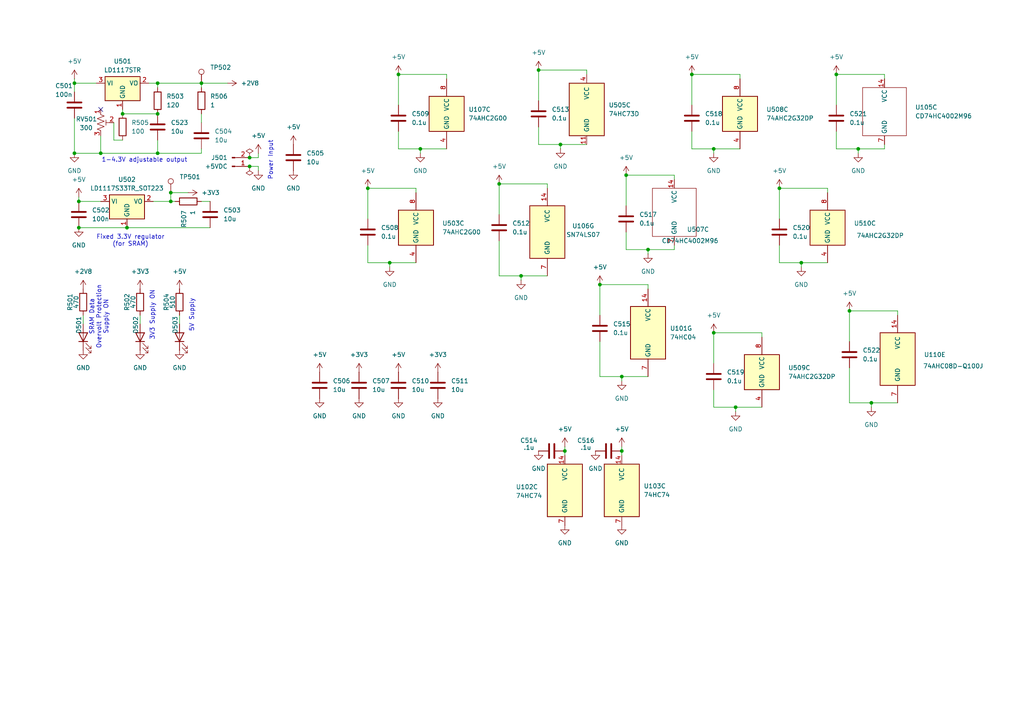
<source format=kicad_sch>
(kicad_sch (version 20250114) (generator "eeschema") (generator_version "9.0")
  (paper "A4")
  (title_block (title "65c02 Homebrew") (rev "Rev A") (company "Joseph R. Freeston") (comment 2 "https://github.com/snorklerjoe/useful6502") (comment 4 "A 65c02-based computer with peripheral i/o offloaded to a PIC16 microcontroller."))
  (lib_symbols
    (symbol "74xGxx:74AHC2G00"
      (property "Reference" "U" (at -2.54 3.81 0))
      (property "Value" "74AHC2G00" (at 0 -3.81 0))
      (symbol "74AHC2G00_1_1"
        (pin input line (at -15.24 2.54 0) (length 7.62) (name "~") (number "1"))
        (pin input line (at -15.24 -2.54 0) (length 7.62) (name "~") (number "2"))
        (pin output inverted (at 12.7 0 180) (length 7.62) (name "~") (number "7"))
      )
      (symbol "74AHC2G00_2_1"
        (pin input line (at -15.24 2.54 0) (length 7.62) (name "~") (number "5"))
        (pin input line (at -15.24 -2.54 0) (length 7.62) (name "~") (number "6"))
        (pin output inverted (at 12.7 0 180) (length 7.62) (name "~") (number "3"))
      )
      (symbol "74AHC2G00_3_1"
        (pin power_in line (at 0 10.16 270) (length 5.08) (name "VCC") (number "8"))
        (pin power_in line (at 0 -10.16 90) (length 5.08) (name "GND") (number "4"))
      )
    )
    (symbol "74xGxx:74LVC2G32"
      (property "Reference" "U" (at -7.62 7.62 0))
      (property "Value" "74LVC2G32" (at -7.62 -7.62 0))
      (symbol "74LVC2G32_1_1"
        (pin input line (at -15.24 2.54 0) (length 7.62) (name "~") (number "1"))
        (pin input line (at -15.24 -2.54 0) (length 7.62) (name "~") (number "2"))
        (pin output line (at 12.7 0 180) (length 7.62) (name "~") (number "7"))
      )
      (symbol "74LVC2G32_2_1"
        (pin input line (at -15.24 2.54 0) (length 7.62) (name "~") (number "5"))
        (pin input line (at -15.24 -2.54 0) (length 7.62) (name "~") (number "6"))
        (pin output line (at 12.7 0 180) (length 7.62) (name "~") (number "3"))
      )
      (symbol "74LVC2G32_3_1"
        (pin power_in line (at 0 10.16 270) (length 5.08) (name "VCC") (number "8"))
        (pin power_in line (at 0 -10.16 90) (length 5.08) (name "GND") (number "4"))
      )
    )
    (symbol "74xx:74HC04"
      (property "Reference" "U" (at 0 1.27 0))
      (property "Value" "74HC04" (at 0 -1.27 0))
      (symbol "74HC04_1_0"
        (pin input line (at -7.62 0 0) (length 3.81) (name "~") (number "1"))
        (pin output inverted (at 7.62 0 180) (length 3.81) (name "~") (number "2"))
      )
      (symbol "74HC04_2_0"
        (pin input line (at -7.62 0 0) (length 3.81) (name "~") (number "3"))
        (pin output inverted (at 7.62 0 180) (length 3.81) (name "~") (number "4"))
      )
      (symbol "74HC04_3_0"
        (pin input line (at -7.62 0 0) (length 3.81) (name "~") (number "5"))
        (pin output inverted (at 7.62 0 180) (length 3.81) (name "~") (number "6"))
      )
      (symbol "74HC04_4_0"
        (pin input line (at -7.62 0 0) (length 3.81) (name "~") (number "9"))
        (pin output inverted (at 7.62 0 180) (length 3.81) (name "~") (number "8"))
      )
      (symbol "74HC04_5_0"
        (pin input line (at -7.62 0 0) (length 3.81) (name "~") (number "11"))
        (pin output inverted (at 7.62 0 180) (length 3.81) (name "~") (number "10"))
      )
      (symbol "74HC04_6_0"
        (pin input line (at -7.62 0 0) (length 3.81) (name "~") (number "13"))
        (pin output inverted (at 7.62 0 180) (length 3.81) (name "~") (number "12"))
      )
      (symbol "74HC04_7_0"
        (pin power_in line (at 0 12.7 270) (length 5.08) (name "VCC") (number "14"))
        (pin power_in line (at 0 -12.7 90) (length 5.08) (name "GND") (number "7"))
      )
    )
    (symbol "74xx:74HC74" (pin_names (offset 1.016))
      (property "Reference" "U" (at -7.62 8.89 0))
      (property "Value" "74HC74" (at -7.62 -8.89 0))
      (symbol "74HC74_1_0"
        (pin input line (at -7.62 2.54 0) (length 2.54) (name "D") (number "2"))
        (pin input clock (at -7.62 0 0) (length 2.54) (name "C") (number "3"))
        (pin input line (at 0 7.62 270) (length 2.54) (name "~{S}") (number "4"))
        (pin input line (at 0 -7.62 90) (length 2.54) (name "~{R}") (number "1"))
        (pin output line (at 7.62 2.54 180) (length 2.54) (name "Q") (number "5"))
        (pin output line (at 7.62 -2.54 180) (length 2.54) (name "~{Q}") (number "6"))
      )
      (symbol "74HC74_2_0"
        (pin input line (at -7.62 2.54 0) (length 2.54) (name "D") (number "12"))
        (pin input clock (at -7.62 0 0) (length 2.54) (name "C") (number "11"))
        (pin input line (at 0 7.62 270) (length 2.54) (name "~{S}") (number "10"))
        (pin input line (at 0 -7.62 90) (length 2.54) (name "~{R}") (number "13"))
        (pin output line (at 7.62 2.54 180) (length 2.54) (name "Q") (number "9"))
        (pin output line (at 7.62 -2.54 180) (length 2.54) (name "~{Q}") (number "8"))
      )
      (symbol "74HC74_3_0"
        (pin power_in line (at 0 10.16 270) (length 2.54) (name "VCC") (number "14"))
        (pin power_in line (at 0 -10.16 90) (length 2.54) (name "GND") (number "7"))
      )
    )
    (symbol "74xx:74LS08" (pin_names (offset 1.016))
      (property "Reference" "U" (at 0 1.27 0))
      (property "Value" "74LS08" (at 0 -1.27 0))
      (symbol "74LS08_1_1"
        (pin input line (at -7.62 2.54 0) (length 3.81) (name "~") (number "1"))
        (pin input line (at -7.62 -2.54 0) (length 3.81) (name "~") (number "2"))
        (pin output line (at 7.62 0 180) (length 3.81) (name "~") (number "3"))
      )
      (symbol "74LS08_1_2"
        (pin input inverted (at -7.62 2.54 0) (length 4.318) (name "~") (number "1"))
        (pin input inverted (at -7.62 -2.54 0) (length 4.318) (name "~") (number "2"))
        (pin output inverted (at 7.62 0 180) (length 3.81) (name "~") (number "3"))
      )
      (symbol "74LS08_2_1"
        (pin input line (at -7.62 2.54 0) (length 3.81) (name "~") (number "4"))
        (pin input line (at -7.62 -2.54 0) (length 3.81) (name "~") (number "5"))
        (pin output line (at 7.62 0 180) (length 3.81) (name "~") (number "6"))
      )
      (symbol "74LS08_2_2"
        (pin input inverted (at -7.62 2.54 0) (length 4.318) (name "~") (number "4"))
        (pin input inverted (at -7.62 -2.54 0) (length 4.318) (name "~") (number "5"))
        (pin output inverted (at 7.62 0 180) (length 3.81) (name "~") (number "6"))
      )
      (symbol "74LS08_3_1"
        (pin input line (at -7.62 2.54 0) (length 3.81) (name "~") (number "9"))
        (pin input line (at -7.62 -2.54 0) (length 3.81) (name "~") (number "10"))
        (pin output line (at 7.62 0 180) (length 3.81) (name "~") (number "8"))
      )
      (symbol "74LS08_3_2"
        (pin input inverted (at -7.62 2.54 0) (length 4.318) (name "~") (number "9"))
        (pin input inverted (at -7.62 -2.54 0) (length 4.318) (name "~") (number "10"))
        (pin output inverted (at 7.62 0 180) (length 3.81) (name "~") (number "8"))
      )
      (symbol "74LS08_4_1"
        (pin input line (at -7.62 2.54 0) (length 3.81) (name "~") (number "12"))
        (pin input line (at -7.62 -2.54 0) (length 3.81) (name "~") (number "13"))
        (pin output line (at 7.62 0 180) (length 3.81) (name "~") (number "11"))
      )
      (symbol "74LS08_4_2"
        (pin input inverted (at -7.62 2.54 0) (length 4.318) (name "~") (number "12"))
        (pin input inverted (at -7.62 -2.54 0) (length 4.318) (name "~") (number "13"))
        (pin output inverted (at 7.62 0 180) (length 3.81) (name "~") (number "11"))
      )
      (symbol "74LS08_5_0"
        (pin power_in line (at 0 12.7 270) (length 5.08) (name "VCC") (number "14"))
        (pin power_in line (at 0 -12.7 90) (length 5.08) (name "GND") (number "7"))
      )
    )
    (symbol "74xx:74LS73" (pin_names (offset 1.016))
      (property "Reference" "U" (at -7.62 8.89 0))
      (property "Value" "74LS73" (at -7.62 -8.89 0))
      (symbol "74LS73_1_0"
        (pin input line (at -7.62 2.54 0) (length 2.54) (name "J") (number "7"))
        (pin input clock (at -7.62 0 0) (length 2.54) (name "C") (number "5"))
        (pin input line (at -7.62 -2.54 0) (length 2.54) (name "K") (number "10"))
        (pin input line (at 0 -7.62 90) (length 2.54) (name "~{R}") (number "6"))
        (pin output line (at 7.62 2.54 180) (length 2.54) (name "Q") (number "9"))
        (pin output line (at 7.62 -2.54 180) (length 2.54) (name "~{Q}") (number "8"))
      )
      (symbol "74LS73_2_0"
        (pin input line (at -7.62 2.54 0) (length 2.54) (name "J") (number "14"))
        (pin input clock (at -7.62 0 0) (length 2.54) (name "C") (number "1"))
        (pin input line (at -7.62 -2.54 0) (length 2.54) (name "K") (number "3"))
        (pin input line (at 0 -7.62 90) (length 2.54) (name "~{R}") (number "2"))
        (pin output line (at 7.62 2.54 180) (length 2.54) (name "Q") (number "12"))
        (pin output line (at 7.62 -2.54 180) (length 2.54) (name "~{Q}") (number "13"))
      )
      (symbol "74LS73_3_0"
        (pin power_in line (at 0 10.16 270) (length 2.54) (name "VCC") (number "4"))
        (pin power_in line (at 0 -10.16 90) (length 2.54) (name "GND") (number "11"))
      )
    )
    (symbol "74xx:SN74LS07" (pin_names (offset 1.016))
      (property "Reference" "U104" (at 0 7.62 0))
      (property "Value" "SN74LS07" (at 0 5.08 0))
      (symbol "SN74LS07_1_0"
        (pin input line (at -7.62 0 0) (length 3.81) (name "~") (number "1"))
        (pin open_collector line (at 7.62 0 180) (length 3.81) (name "~") (number "2"))
      )
      (symbol "SN74LS07_2_0"
        (pin input line (at -7.62 0 0) (length 3.81) (name "~") (number "3"))
        (pin open_collector line (at 7.62 0 180) (length 3.81) (name "~") (number "4"))
      )
      (symbol "SN74LS07_3_0"
        (pin input line (at -7.62 0 0) (length 3.81) (name "~") (number "5"))
        (pin open_collector line (at 7.62 0 180) (length 3.81) (name "~") (number "6"))
      )
      (symbol "SN74LS07_4_0"
        (pin input line (at -7.62 0 0) (length 3.81) (name "~") (number "9"))
        (pin open_collector line (at 7.62 0 180) (length 3.81) (name "~") (number "8"))
      )
      (symbol "SN74LS07_5_0"
        (pin input line (at -7.62 0 0) (length 3.81) (name "~") (number "11"))
        (pin open_collector line (at 7.62 0 180) (length 3.81) (name "~") (number "10"))
      )
      (symbol "SN74LS07_6_0"
        (pin input line (at -7.62 0 0) (length 3.81) (name "~") (number "13"))
        (pin open_collector line (at 7.62 0 180) (length 3.81) (name "~") (number "12"))
      )
      (symbol "SN74LS07_7_0"
        (pin power_in line (at 0 12.7 270) (length 5.08) (name "VCC") (number "14"))
        (pin power_in line (at 0 -12.7 90) (length 5.08) (name "GND") (number "7"))
      )
    )
    (symbol "Connector:Conn_01x02_Pin" (pin_names (offset 1.016) (hide yes))
      (property "Reference" "J" (at 0 2.54 0))
      (property "Value" "Conn_01x02_Pin" (at 0 -5.08 0))
      (symbol "Conn_01x02_Pin_1_1"
        (pin passive line (at 5.08 0 180) (length 3.81) (name "Pin_1") (number "1"))
        (pin passive line (at 5.08 -2.54 180) (length 3.81) (name "Pin_2") (number "2"))
      )
    )
    (symbol "Connector:TestPoint" (pin_numbers (hide yes)) (pin_names (offset 0.762) (hide yes))
      (property "Reference" "TP" (at 0 6.858 0))
      (property "Value" "TestPoint" (at 0 5.08 0))
      (symbol "TestPoint_1_1"
        (pin passive line (at 0 0 90) (length 2.54) (name "1") (number "1"))
      )
    )
    (symbol "Device:C" (pin_numbers (hide yes)) (pin_names (offset 0.254))
      (property "Reference" "C" (at 0.635 2.54 0))
      (property "Value" "C" (at 0.635 -2.54 0))
      (symbol "C_1_1"
        (pin passive line (at 0 3.81 270) (length 2.794) (name "~") (number "1"))
        (pin passive line (at 0 -3.81 90) (length 2.794) (name "~") (number "2"))
      )
    )
    (symbol "Device:LED" (pin_numbers (hide yes)) (pin_names (offset 1.016) (hide yes))
      (property "Reference" "D" (at 0 2.54 0))
      (property "Value" "LED" (at 0 -2.54 0))
      (symbol "LED_1_1"
        (pin passive line (at -3.81 0 0) (length 2.54) (name "K") (number "1"))
        (pin passive line (at 3.81 0 180) (length 2.54) (name "A") (number "2"))
      )
    )
    (symbol "Device:R" (pin_numbers (hide yes)) (pin_names (offset 0))
      (property "Reference" "R" (at 2.032 0 90))
      (property "Value" "R" (at 0 0 90))
      (symbol "R_1_1"
        (pin passive line (at 0 3.81 270) (length 1.27) (name "~") (number "1"))
        (pin passive line (at 0 -3.81 90) (length 1.27) (name "~") (number "2"))
      )
    )
    (symbol "Device:R_Potentiometer_Trim_US" (pin_names (offset 1.016) (hide yes))
      (property "Reference" "RV" (at -4.445 0 90))
      (property "Value" "R_Potentiometer_Trim_US" (at -2.54 0 90))
      (symbol "R_Potentiometer_Trim_US_1_1"
        (pin passive line (at 0 3.81 270) (length 1.27) (name "1") (number "1"))
        (pin passive line (at 0 -3.81 90) (length 1.27) (name "3") (number "3"))
        (pin passive line (at 3.81 0 180) (length 1.27) (name "2") (number "2"))
      )
    )
    (symbol "Regulator_Linear:LD1117S33TR_SOT223"
      (property "Reference" "U" (at -3.81 3.175 0))
      (property "Value" "LD1117S33TR_SOT223" (at 0 3.175 0))
      (symbol "LD1117S33TR_SOT223_1_1"
        (pin power_in line (at -7.62 0 0) (length 2.54) (name "VI") (number "3"))
        (pin power_in line (at 0 -7.62 90) (length 2.54) (name "GND") (number "1"))
        (pin power_out line (at 7.62 0 180) (length 2.54) (name "VO") (number "2"))
      )
    )
    (symbol "custom:_1"
      (property "Reference" "U" (at 7.62 7.62 0))
      (property "Value" "CD74HC4002M96" (at 14.986 9.906 0))
      (symbol "_1_1_1"
        (pin input line (at -6.35 3.81 0) (length 2.54) (name "") (number "2"))
        (pin input line (at -6.35 1.27 0) (length 2.54) (name "") (number "3"))
        (pin input line (at -6.35 -1.27 0) (length 2.54) (name "") (number "4"))
        (pin input line (at -6.35 -3.81 0) (length 2.54) (name "") (number "5"))
        (pin output line (at 13.97 0 180) (length 2.54) (name "") (number "1"))
      )
      (symbol "_1_2_1"
        (pin input line (at -8.89 3.81 0) (length 2.54) (name "") (number "9"))
        (pin input line (at -8.89 1.27 0) (length 2.54) (name "") (number "10"))
        (pin input line (at -8.89 -1.27 0) (length 2.54) (name "") (number "11"))
        (pin input line (at -8.89 -3.81 0) (length 2.54) (name "") (number "12"))
        (pin output line (at 11.43 0 180) (length 2.54) (name "") (number "13"))
      )
      (symbol "_1_3_1"
        (pin power_in line (at 0 8.89 270) (length 2.54) (name "VCC") (number "14"))
        (pin power_in line (at 0 -10.16 90) (length 2.54) (name "GND") (number "7"))
      )
    )
    (symbol "power:+2V8" (power) (pin_numbers (hide yes)) (pin_names (offset 0) (hide yes))
      (property "Value" "+2V8" (at 0 3.556 0))
      (symbol "+2V8_1_1"
        (pin power_in line (at 0 0 90) (length 0) (name "~") (number "1"))
      )
    )
    (symbol "power:+3V3" (power) (pin_numbers (hide yes)) (pin_names (offset 0) (hide yes))
      (property "Value" "+3V3" (at 0 3.556 0))
      (symbol "+3V3_1_1"
        (pin power_in line (at 0 0 90) (length 0) (name "~") (number "1"))
      )
    )
    (symbol "power:+5V" (power) (pin_numbers (hide yes)) (pin_names (offset 0) (hide yes))
      (property "Value" "+5V" (at 0 3.556 0))
      (symbol "+5V_1_1"
        (pin power_in line (at 0 0 90) (length 0) (name "~") (number "1"))
      )
    )
    (symbol "power:GND" (power) (pin_numbers (hide yes)) (pin_names (offset 0) (hide yes))
      (property "Value" "GND" (at 0 -3.81 0))
      (symbol "GND_1_1"
        (pin power_in line (at 0 0 270) (length 0) (name "~") (number "1"))
      )
    )
    (symbol "power:PWR_FLAG" (power) (pin_numbers (hide yes)) (pin_names (offset 0) (hide yes))
      (property "Value" "PWR_FLAG" (at 0 3.81 0))
      (symbol "PWR_FLAG_0_0"
        (pin power_out line (at 0 0 90) (length 0) (name "~") (number "1"))
      )
    )
  )
  (text "Fixed 3.3V regulator\n(for SRAM)" (at 37.846 69.85 0) (effects (font (size 1.27 1.27))))
  (text "1-4.3V adjustable output" (at 41.91 46.482 0) (effects (font (size 1.27 1.27))))
  (text "SRAM Data\nOvervolt Protection\nSupply ON" (at 28.702 91.948 90) (effects (font (size 1.27 1.27))))
  (text "Power Input" (at 78.486 46.482 90) (effects (font (size 1.27 1.27))))
  (text "5V Supply" (at 55.626 91.44 90) (effects (font (size 1.27 1.27))))
  (text "3V3 Supply ON" (at 44.196 91.44 90) (effects (font (size 1.27 1.27))))
  (junction (at 115.57 21.59))
  (junction (at 246.38 90.17))
  (junction (at 173.99 82.55))
  (junction (at 226.06 54.61))
  (junction (at 29.21 44.45))
  (junction (at 200.66 21.59))
  (junction (at 207.01 96.52))
  (junction (at 248.92 43.18))
  (junction (at 180.34 109.22))
  (junction (at 72.39 48.26))
  (junction (at 21.59 44.45))
  (junction (at 151.13 80.01))
  (junction (at 45.72 24.13))
  (junction (at 35.56 33.02))
  (junction (at 180.34 130.81))
  (junction (at 163.83 130.81))
  (junction (at 106.68 54.61))
  (junction (at 162.56 41.91))
  (junction (at 58.42 24.13))
  (junction (at 113.03 76.2))
  (junction (at 156.21 20.32))
  (junction (at 252.73 116.84))
  (junction (at 22.86 58.42))
  (junction (at 121.92 43.18))
  (junction (at 242.57 21.59))
  (junction (at 207.01 43.18))
  (junction (at 187.96 72.39))
  (junction (at 181.61 50.8))
  (junction (at 45.72 33.02))
  (junction (at 45.72 44.45))
  (junction (at 232.41 76.2))
  (junction (at 49.53 58.42))
  (junction (at 213.36 118.11))
  (junction (at 144.78 53.34))
  (junction (at 22.86 66.04))
  (junction (at 49.53 55.88))
  (junction (at 72.39 45.72))
  (junction (at 21.59 24.13))
  (junction (at 36.83 66.04))
  (no_connect (at 29.21 31.75))
  (wire (pts (xy 72.39 45.72) (xy 74.93 45.72)))
  (wire (pts (xy 260.35 91.44) (xy 260.35 90.17)))
  (wire (pts (xy 220.98 118.11) (xy 213.36 118.11)))
  (wire (pts (xy 180.34 130.81) (xy 180.34 132.08)))
  (wire (pts (xy 260.35 116.84) (xy 252.73 116.84)))
  (wire (pts (xy 181.61 50.8) (xy 181.61 59.69)))
  (wire (pts (xy 226.06 71.12) (xy 226.06 76.2)))
  (wire (pts (xy 129.54 22.86) (xy 129.54 21.59)))
  (wire (pts (xy 232.41 77.47) (xy 232.41 76.2)))
  (wire (pts (xy 200.66 21.59) (xy 214.63 21.59)))
  (wire (pts (xy 113.03 76.2) (xy 106.68 76.2)))
  (wire (pts (xy 33.02 35.56) (xy 33.02 40.64)))
  (wire (pts (xy 156.21 36.83) (xy 156.21 41.91)))
  (wire (pts (xy 170.18 21.59) (xy 170.18 20.32)))
  (wire (pts (xy 43.18 24.13) (xy 45.72 24.13)))
  (wire (pts (xy 207.01 113.03) (xy 207.01 118.11)))
  (wire (pts (xy 158.75 54.61) (xy 158.75 53.34)))
  (wire (pts (xy 170.18 41.91) (xy 162.56 41.91)))
  (wire (pts (xy 113.03 77.47) (xy 113.03 76.2)))
  (wire (pts (xy 36.83 66.04) (xy 60.96 66.04)))
  (wire (pts (xy 45.72 24.13) (xy 58.42 24.13)))
  (wire (pts (xy 195.58 72.39) (xy 187.96 72.39)))
  (wire (pts (xy 162.56 43.18) (xy 162.56 41.91)))
  (wire (pts (xy 60.96 58.42) (xy 58.42 58.42)))
  (wire (pts (xy 187.96 109.22) (xy 180.34 109.22)))
  (wire (pts (xy 144.78 69.85) (xy 144.78 80.01)))
  (wire (pts (xy 144.78 53.34) (xy 158.75 53.34)))
  (wire (pts (xy 213.36 119.38) (xy 213.36 118.11)))
  (wire (pts (xy 151.13 80.01) (xy 144.78 80.01)))
  (wire (pts (xy 40.64 91.44) (xy 40.64 93.98)))
  (wire (pts (xy 252.73 116.84) (xy 246.38 116.84)))
  (wire (pts (xy 252.73 118.11) (xy 252.73 116.84)))
  (wire (pts (xy 214.63 43.18) (xy 207.01 43.18)))
  (wire (pts (xy 180.34 110.49) (xy 180.34 109.22)))
  (wire (pts (xy 226.06 54.61) (xy 226.06 63.5)))
  (wire (pts (xy 240.03 76.2) (xy 232.41 76.2)))
  (wire (pts (xy 163.83 129.54) (xy 163.83 130.81)))
  (wire (pts (xy 22.86 57.15) (xy 22.86 58.42)))
  (wire (pts (xy 120.65 55.88) (xy 120.65 54.61)))
  (wire (pts (xy 49.53 55.88) (xy 54.61 55.88)))
  (wire (pts (xy 58.42 25.4) (xy 58.42 24.13)))
  (wire (pts (xy 74.93 49.53) (xy 74.93 48.26)))
  (wire (pts (xy 115.57 38.1) (xy 115.57 43.18)))
  (wire (pts (xy 45.72 44.45) (xy 58.42 44.45)))
  (wire (pts (xy 181.61 50.8) (xy 195.58 50.8)))
  (wire (pts (xy 232.41 76.2) (xy 226.06 76.2)))
  (wire (pts (xy 242.57 38.1) (xy 242.57 43.18)))
  (wire (pts (xy 35.56 33.02) (xy 45.72 33.02)))
  (wire (pts (xy 173.99 99.06) (xy 173.99 109.22)))
  (wire (pts (xy 106.68 54.61) (xy 120.65 54.61)))
  (wire (pts (xy 21.59 24.13) (xy 21.59 26.67)))
  (wire (pts (xy 44.45 58.42) (xy 49.53 58.42)))
  (wire (pts (xy 21.59 22.86) (xy 21.59 24.13)))
  (wire (pts (xy 195.58 52.07) (xy 195.58 50.8)))
  (wire (pts (xy 74.93 45.72) (xy 74.93 44.45)))
  (wire (pts (xy 213.36 118.11) (xy 207.01 118.11)))
  (wire (pts (xy 58.42 43.18) (xy 58.42 44.45)))
  (wire (pts (xy 200.66 21.59) (xy 200.66 30.48)))
  (wire (pts (xy 21.59 24.13) (xy 27.94 24.13)))
  (wire (pts (xy 58.42 33.02) (xy 58.42 35.56)))
  (wire (pts (xy 50.8 58.42) (xy 49.53 58.42)))
  (wire (pts (xy 248.92 44.45) (xy 248.92 43.18)))
  (wire (pts (xy 207.01 44.45) (xy 207.01 43.18)))
  (wire (pts (xy 207.01 96.52) (xy 207.01 105.41)))
  (wire (pts (xy 162.56 41.91) (xy 156.21 41.91)))
  (wire (pts (xy 187.96 83.82) (xy 187.96 82.55)))
  (wire (pts (xy 29.21 44.45) (xy 45.72 44.45)))
  (wire (pts (xy 120.65 76.2) (xy 113.03 76.2)))
  (wire (pts (xy 242.57 21.59) (xy 256.54 21.59)))
  (wire (pts (xy 181.61 67.31) (xy 181.61 72.39)))
  (wire (pts (xy 121.92 44.45) (xy 121.92 43.18)))
  (wire (pts (xy 22.86 66.04) (xy 36.83 66.04)))
  (wire (pts (xy 144.78 53.34) (xy 144.78 62.23)))
  (wire (pts (xy 115.57 21.59) (xy 129.54 21.59)))
  (wire (pts (xy 45.72 44.45) (xy 45.72 40.64)))
  (wire (pts (xy 22.86 58.42) (xy 29.21 58.42)))
  (wire (pts (xy 29.21 39.37) (xy 29.21 44.45)))
  (wire (pts (xy 180.34 109.22) (xy 173.99 109.22)))
  (wire (pts (xy 49.53 55.88) (xy 49.53 58.42)))
  (wire (pts (xy 74.93 48.26) (xy 72.39 48.26)))
  (wire (pts (xy 226.06 54.61) (xy 240.03 54.61)))
  (wire (pts (xy 256.54 43.18) (xy 248.92 43.18)))
  (wire (pts (xy 240.03 55.88) (xy 240.03 54.61)))
  (wire (pts (xy 106.68 54.61) (xy 106.68 63.5)))
  (wire (pts (xy 248.92 43.18) (xy 242.57 43.18)))
  (wire (pts (xy 45.72 25.4) (xy 45.72 24.13)))
  (wire (pts (xy 106.68 71.12) (xy 106.68 76.2)))
  (wire (pts (xy 246.38 106.68) (xy 246.38 116.84)))
  (wire (pts (xy 256.54 22.86) (xy 256.54 21.59)))
  (wire (pts (xy 214.63 22.86) (xy 214.63 21.59)))
  (wire (pts (xy 173.99 82.55) (xy 187.96 82.55)))
  (wire (pts (xy 158.75 80.01) (xy 151.13 80.01)))
  (wire (pts (xy 187.96 73.66) (xy 187.96 72.39)))
  (wire (pts (xy 52.07 91.44) (xy 52.07 93.98)))
  (wire (pts (xy 58.42 24.13) (xy 66.04 24.13)))
  (wire (pts (xy 151.13 81.28) (xy 151.13 80.01)))
  (wire (pts (xy 156.21 20.32) (xy 170.18 20.32)))
  (wire (pts (xy 115.57 21.59) (xy 115.57 30.48)))
  (wire (pts (xy 242.57 21.59) (xy 242.57 30.48)))
  (wire (pts (xy 180.34 129.54) (xy 180.34 130.81)))
  (wire (pts (xy 35.56 31.75) (xy 35.56 33.02)))
  (wire (pts (xy 121.92 43.18) (xy 115.57 43.18)))
  (wire (pts (xy 200.66 38.1) (xy 200.66 43.18)))
  (wire (pts (xy 207.01 96.52) (xy 220.98 96.52)))
  (wire (pts (xy 21.59 44.45) (xy 29.21 44.45)))
  (wire (pts (xy 156.21 20.32) (xy 156.21 29.21)))
  (wire (pts (xy 220.98 97.79) (xy 220.98 96.52)))
  (wire (pts (xy 129.54 43.18) (xy 121.92 43.18)))
  (wire (pts (xy 163.83 130.81) (xy 163.83 132.08)))
  (wire (pts (xy 187.96 72.39) (xy 181.61 72.39)))
  (wire (pts (xy 24.13 91.44) (xy 24.13 93.98)))
  (wire (pts (xy 207.01 43.18) (xy 200.66 43.18)))
  (wire (pts (xy 246.38 90.17) (xy 246.38 99.06)))
  (wire (pts (xy 256.54 41.91) (xy 256.54 43.18)))
  (wire (pts (xy 173.99 82.55) (xy 173.99 91.44)))
  (wire (pts (xy 246.38 90.17) (xy 260.35 90.17)))
  (wire (pts (xy 21.59 34.29) (xy 21.59 44.45)))
  (wire (pts (xy 195.58 71.12) (xy 195.58 72.39)))
  (wire (pts (xy 33.02 40.64) (xy 35.56 40.64)))
  (symbol (lib_id "power:+5V") (at 74.93 44.45 0) (unit 1)
    (property "Reference" "#PWR0513" (effects (hide yes)))
    (property "Value" "+5V" (at 74.93 39.37 0))
    (property "Description" "Power symbol creates a global label with name \"+5V\"" (effects (hide yes)))
  )
  (symbol (lib_id "Device:C") (at 181.61 63.5 0) (unit 1)
    (property "Reference" "C517" (at 185.42 62.2299 0) (effects (justify left)))
    (property "Value" "0.1u" (at 185.42 64.7699 0) (effects (justify left)))
    (property "Footprint" "Capacitor_SMD:C_0402_1005Metric" (effects (hide yes)))
    (property "Description" "Unpolarized capacitor" (effects (hide yes)))
  )
  (symbol (lib_id "power:GND") (at 22.86 66.04 0) (unit 1)
    (property "Reference" "#PWR0504" (effects (hide yes)))
    (property "Value" "GND" (at 22.86 71.12 0))
    (property "Description" "Power symbol creates a global label with name \"GND\" , ground" (effects (hide yes)))
  )
  (symbol (lib_id "Device:R") (at 58.42 29.21 0) (unit 1)
    (property "Reference" "R506" (at 60.96 27.9399 0) (effects (justify left)))
    (property "Value" "1" (at 60.96 30.4799 0) (effects (justify left)))
    (property "Footprint" "Resistor_SMD:R_0402_1005Metric" (effects (hide yes)))
    (property "Description" "Resistor" (effects (hide yes)))
  )
  (symbol (lib_id "Device:C") (at 115.57 34.29 0) (unit 1)
    (property "Reference" "C509" (at 119.38 33.0199 0) (effects (justify left)))
    (property "Value" "0.1u" (at 119.38 35.5599 0) (effects (justify left)))
    (property "Footprint" "Capacitor_SMD:C_0402_1005Metric" (effects (hide yes)))
    (property "Description" "Unpolarized capacitor" (effects (hide yes)))
  )
  (symbol (lib_id "power:GND") (at 24.13 101.6 0) (unit 1)
    (property "Reference" "#PWR0506" (effects (hide yes)))
    (property "Value" "GND" (at 24.13 106.68 0))
    (property "Description" "Power symbol creates a global label with name \"GND\" , ground" (effects (hide yes)))
  )
  (symbol (lib_id "power:GND") (at 162.56 43.18 0) (unit 1)
    (property "Reference" "#PWR0533" (effects (hide yes)))
    (property "Value" "GND" (at 162.56 48.26 0))
    (property "Description" "Power symbol creates a global label with name \"GND\" , ground" (effects (hide yes)))
  )
  (symbol (lib_id "Device:R") (at 45.72 29.21 0) (unit 1)
    (property "Reference" "R503" (at 48.26 27.9399 0) (effects (justify left)))
    (property "Value" "120" (at 48.26 30.4799 0) (effects (justify left)))
    (property "Footprint" "Resistor_SMD:R_0402_1005Metric" (effects (hide yes)))
    (property "Description" "Resistor" (effects (hide yes)))
  )
  (symbol (lib_id "74xx:74LS08") (at 260.35 104.14 0) (unit 5)
    (property "Reference" "U110" (at 267.97 102.8699 0) (effects (justify left)))
    (property "Value" "74AHC08D-Q100J" (at 267.716 106.172 0) (effects (justify left)))
    (property "Footprint" "Package_SO:SOIC-14_3.9x8.7mm_P1.27mm" (effects (hide yes)))
    (property "Datasheet" "https://assets.nexperia.com/documents/data-sheet/74AHC_AHCT08_Q100.pdf" (effects (hide yes)))
    (property "Description" "Quad And2" (effects (hide yes)))
    (property "t_pd (ns)" "5.9" (effects (hide yes)))
  )
  (symbol (lib_id "power:GND") (at 92.71 115.57 0) (unit 1)
    (property "Reference" "#PWR0518" (effects (hide yes)))
    (property "Value" "GND" (at 92.71 120.65 0))
    (property "Description" "Power symbol creates a global label with name \"GND\" , ground" (effects (hide yes)))
  )
  (symbol (lib_id "74xx:74HC74") (at 163.83 142.24 0) (unit 3)
    (property "Reference" "U102" (at 149.606 141.224 0) (effects (justify left)))
    (property "Value" "74HC74" (at 149.606 143.764 0) (effects (justify left)))
    (property "Footprint" "Package_SO:SOIC-14_3.9x8.7mm_P1.27mm" (effects (hide yes)))
    (property "Datasheet" "74xx/74hc_hct74.pdf" (effects (hide yes)))
    (property "Description" "Dual D Flip-flop, Set & Reset" (effects (hide yes)))
  )
  (symbol (lib_id "Device:C") (at 58.42 39.37 0) (unit 1)
    (property "Reference" "C504" (at 62.23 38.0999 0) (effects (justify left)))
    (property "Value" "10u" (at 62.23 40.6399 0) (effects (justify left)))
    (property "Footprint" "Capacitor_SMD:C_0402_1005Metric" (effects (hide yes)))
    (property "Description" "Unpolarized capacitor" (effects (hide yes)))
  )
  (symbol (lib_id "power:GND") (at 213.36 119.38 0) (unit 1)
    (property "Reference" "#PWR0546" (effects (hide yes)))
    (property "Value" "GND" (at 213.36 124.46 0))
    (property "Description" "Power symbol creates a global label with name \"GND\" , ground" (effects (hide yes)))
  )
  (symbol (lib_id "Device:C") (at 92.71 111.76 0) (unit 1)
    (property "Reference" "C506" (at 96.52 110.4899 0) (effects (justify left)))
    (property "Value" "10u" (at 96.52 113.0299 0) (effects (justify left)))
    (property "Footprint" "Capacitor_SMD:C_0402_1005Metric" (effects (hide yes)))
    (property "Description" "Unpolarized capacitor" (effects (hide yes)))
  )
  (symbol (lib_id "power:+5V") (at 115.57 107.95 0) (unit 1)
    (property "Reference" "#PWR0524" (effects (hide yes)))
    (property "Value" "+5V" (at 115.57 102.87 0))
    (property "Description" "Power symbol creates a global label with name \"+5V\"" (effects (hide yes)))
  )
  (symbol (lib_id "power:+3V3") (at 54.61 55.88 270) (unit 1)
    (property "Reference" "#PWR0511" (effects (hide yes)))
    (property "Value" "+3V3" (at 58.42 55.8799 90) (effects (justify left)))
    (property "Description" "Power symbol creates a global label with name \"+3V3\"" (effects (hide yes)))
  )
  (symbol (lib_id "Device:LED") (at 52.07 97.79 90) (unit 1)
    (property "Reference" "D503" (at 50.8 94.234 0))
    (property "Value" "LED" (effects (hide yes)))
    (property "Footprint" "LED_SMD:LED_0402_1005Metric" (effects (hide yes)))
    (property "Description" "Light emitting diode" (effects (hide yes)))
    (property "Sim.Pins" "1=K 2=A" (effects (hide yes)))
  )
  (symbol (lib_id "power:GND") (at 172.72 130.81 0) (unit 1)
    (property "Reference" "#PWR0536" (effects (hide yes)))
    (property "Value" "GND" (at 172.72 135.89 0))
    (property "Description" "Power symbol creates a global label with name \"GND\" , ground" (effects (hide yes)))
  )
  (symbol (lib_id "power:+5V") (at 92.71 107.95 0) (unit 1)
    (property "Reference" "#PWR0517" (effects (hide yes)))
    (property "Value" "+5V" (at 92.71 102.87 0))
    (property "Description" "Power symbol creates a global label with name \"+5V\"" (effects (hide yes)))
  )
  (symbol (lib_id "power:GND") (at 187.96 73.66 0) (unit 1)
    (property "Reference" "#PWR0542" (effects (hide yes)))
    (property "Value" "GND" (at 187.96 78.74 0))
    (property "Description" "Power symbol creates a global label with name \"GND\" , ground" (effects (hide yes)))
  )
  (symbol (lib_id "Connector:TestPoint") (at 58.42 24.13 0) (unit 1)
    (property "Reference" "TP502" (at 60.96 19.5579 0) (effects (justify left)))
    (property "Value" "TestPoint" (effects (hide yes)))
    (property "Footprint" "TestPoint:TestPoint_Pad_D2.5mm" (effects (hide yes)))
    (property "Description" "test point" (effects (hide yes)))
  )
  (symbol (lib_id "power:+5V") (at 173.99 82.55 0) (unit 1)
    (property "Reference" "#PWR0537" (effects (hide yes)))
    (property "Value" "+5V" (at 173.99 77.47 0))
    (property "Description" "Power symbol creates a global label with name \"+5V\"" (effects (hide yes)))
  )
  (symbol (lib_id "power:PWR_FLAG") (at 72.39 45.72 0) (unit 1)
    (property "Reference" "#FLG0501" (effects (hide yes)))
    (property "Value" "PWR_FLAG" (effects (hide yes)))
    (property "Description" "Special symbol for telling ERC where power comes from" (effects (hide yes)))
  )
  (symbol (lib_id "power:GND") (at 180.34 152.4 0) (unit 1)
    (property "Reference" "#PWR0540" (effects (hide yes)))
    (property "Value" "GND" (at 180.34 157.48 0))
    (property "Description" "Power symbol creates a global label with name \"GND\" , ground" (effects (hide yes)))
  )
  (symbol (lib_id "Device:C") (at 176.53 130.81 270) (unit 1)
    (property "Reference" "C516" (at 169.926 127.762 90))
    (property "Value" ".1u" (at 169.926 129.794 90))
    (property "Footprint" "Capacitor_SMD:C_0402_1005Metric" (effects (hide yes)))
    (property "Description" "Unpolarized capacitor" (effects (hide yes)))
  )
  (symbol (lib_id "power:GND") (at 52.07 101.6 0) (unit 1)
    (property "Reference" "#PWR0510" (effects (hide yes)))
    (property "Value" "GND" (at 52.07 106.68 0))
    (property "Description" "Power symbol creates a global label with name \"GND\" , ground" (effects (hide yes)))
  )
  (symbol (lib_id "Device:C") (at 160.02 130.81 270) (unit 1)
    (property "Reference" "C514" (at 153.416 127.762 90))
    (property "Value" ".1u" (at 153.416 129.794 90))
    (property "Footprint" "Capacitor_SMD:C_0402_1005Metric" (effects (hide yes)))
    (property "Description" "Unpolarized capacitor" (effects (hide yes)))
  )
  (symbol (lib_id "power:+5V") (at 207.01 96.52 0) (unit 1)
    (property "Reference" "#PWR0545" (effects (hide yes)))
    (property "Value" "+5V" (at 207.01 91.44 0))
    (property "Description" "Power symbol creates a global label with name \"+5V\"" (effects (hide yes)))
  )
  (symbol (lib_id "power:+5V") (at 22.86 57.15 0) (unit 1)
    (property "Reference" "#PWR0503" (effects (hide yes)))
    (property "Value" "+5V" (at 22.86 52.07 0))
    (property "Description" "Power symbol creates a global label with name \"+5V\"" (effects (hide yes)))
  )
  (symbol (lib_id "74xx:74LS73") (at 170.18 31.75 0) (unit 3)
    (property "Reference" "U505" (at 176.53 30.4799 0) (effects (justify left)))
    (property "Value" "74HC73D" (at 176.53 33.0199 0) (effects (justify left)))
    (property "Footprint" "Package_SO:SOIC-14_3.9x8.7mm_P1.27mm" (effects (hide yes)))
    (property "Datasheet" "https://assets.nexperia.com/documents/data-sheet/74HC73.pdf" (effects (hide yes)))
    (property "Description" "Dual JK Flip-Flop, reset" (effects (hide yes)))
    (property "t_pd (ns)" "clk-q: 30; setup: 16; hold: 3" (effects (hide yes)))
  )
  (symbol (lib_id "custom:_1") (at 256.54 31.75 0) (unit 3)
    (property "Reference" "U105" (at 265.43 31.1149 0) (effects (justify left)))
    (property "Value" "CD74HC4002M96" (at 265.43 33.6549 0) (effects (justify left)))
    (property "Footprint" "Package_SO:SOIC-14_3.9x8.7mm_P1.27mm" (effects (hide yes)))
    (property "Datasheet" "https://www.ti.com/lit/ds/symlink/cd54hc4002.pdf" (effects (hide yes)))
    (property "t_pd (ns)" "8" (effects (hide yes)))
  )
  (symbol (lib_id "power:+5V") (at 21.59 22.86 0) (unit 1)
    (property "Reference" "#PWR0501" (effects (hide yes)))
    (property "Value" "+5V" (at 21.59 17.78 0))
    (property "Description" "Power symbol creates a global label with name \"+5V\"" (effects (hide yes)))
  )
  (symbol (lib_id "Device:C") (at 246.38 102.87 0) (unit 1)
    (property "Reference" "C522" (at 250.19 101.5999 0) (effects (justify left)))
    (property "Value" "0.1u" (at 250.19 104.1399 0) (effects (justify left)))
    (property "Footprint" "Capacitor_SMD:C_0402_1005Metric" (effects (hide yes)))
    (property "Description" "Unpolarized capacitor" (effects (hide yes)))
  )
  (symbol (lib_id "power:GND") (at 21.59 44.45 0) (unit 1)
    (property "Reference" "#PWR0502" (effects (hide yes)))
    (property "Value" "GND" (at 21.59 49.53 0))
    (property "Description" "Power symbol creates a global label with name \"GND\" , ground" (effects (hide yes)))
  )
  (symbol (lib_id "power:GND") (at 207.01 44.45 0) (unit 1)
    (property "Reference" "#PWR0544" (effects (hide yes)))
    (property "Value" "GND" (at 207.01 49.53 0))
    (property "Description" "Power symbol creates a global label with name \"GND\" , ground" (effects (hide yes)))
  )
  (symbol (lib_id "power:+5V") (at 200.66 21.59 0) (unit 1)
    (property "Reference" "#PWR0543" (effects (hide yes)))
    (property "Value" "+5V" (at 200.66 16.51 0))
    (property "Description" "Power symbol creates a global label with name \"+5V\"" (effects (hide yes)))
  )
  (symbol (lib_id "custom:_1") (at 195.58 60.96 0) (unit 3)
    (property "Reference" "U507" (at 202.438 66.548 0))
    (property "Value" "CD74HC4002M96" (at 200.152 69.85 0))
    (property "Footprint" "Package_SO:SOIC-14_3.9x8.7mm_P1.27mm" (effects (hide yes)))
    (property "Datasheet" "https://www.ti.com/lit/ds/symlink/cd54hc4002.pdf" (effects (hide yes)))
    (property "t_pd (ns)" "8" (effects (hide yes)))
  )
  (symbol (lib_id "Device:C") (at 226.06 67.31 0) (unit 1)
    (property "Reference" "C520" (at 229.87 66.0399 0) (effects (justify left)))
    (property "Value" "0.1u" (at 229.87 68.5799 0) (effects (justify left)))
    (property "Footprint" "Capacitor_SMD:C_0402_1005Metric" (effects (hide yes)))
    (property "Description" "Unpolarized capacitor" (effects (hide yes)))
  )
  (symbol (lib_id "Device:C") (at 45.72 36.83 0) (unit 1)
    (property "Reference" "C523" (at 49.53 35.5599 0) (effects (justify left)))
    (property "Value" "10u" (at 49.53 38.0999 0) (effects (justify left)))
    (property "Footprint" "Capacitor_SMD:C_0402_1005Metric" (effects (hide yes)))
    (property "Description" "Unpolarized capacitor" (effects (hide yes)))
  )
  (symbol (lib_id "Device:R") (at 24.13 87.63 0) (unit 1)
    (property "Reference" "R501" (at 20.32 87.63 90))
    (property "Value" "470" (at 22.098 87.63 90))
    (property "Footprint" "Resistor_SMD:R_0402_1005Metric" (effects (hide yes)))
    (property "Description" "Resistor" (effects (hide yes)))
  )
  (symbol (lib_id "power:+5V") (at 180.34 129.54 0) (unit 1)
    (property "Reference" "#PWR0539" (effects (hide yes)))
    (property "Value" "+5V" (at 180.34 124.46 0))
    (property "Description" "Power symbol creates a global label with name \"+5V\"" (effects (hide yes)))
  )
  (symbol (lib_id "power:GND") (at 40.64 101.6 0) (unit 1)
    (property "Reference" "#PWR0508" (effects (hide yes)))
    (property "Value" "GND" (at 40.64 106.68 0))
    (property "Description" "Power symbol creates a global label with name \"GND\" , ground" (effects (hide yes)))
  )
  (symbol (lib_id "Device:C") (at 127 111.76 0) (unit 1)
    (property "Reference" "C511" (at 130.81 110.4899 0) (effects (justify left)))
    (property "Value" "10u" (at 130.81 113.0299 0) (effects (justify left)))
    (property "Footprint" "Capacitor_SMD:C_0402_1005Metric" (effects (hide yes)))
    (property "Description" "Unpolarized capacitor" (effects (hide yes)))
  )
  (symbol (lib_id "power:+5V") (at 144.78 53.34 0) (unit 1)
    (property "Reference" "#PWR0529" (effects (hide yes)))
    (property "Value" "+5V" (at 144.78 48.26 0))
    (property "Description" "Power symbol creates a global label with name \"+5V\"" (effects (hide yes)))
  )
  (symbol (lib_id "power:PWR_FLAG") (at 72.39 48.26 180) (unit 1)
    (property "Reference" "#FLG0502" (effects (hide yes)))
    (property "Value" "PWR_FLAG" (effects (hide yes)))
    (property "Description" "Special symbol for telling ERC where power comes from" (effects (hide yes)))
  )
  (symbol (lib_id "Device:C") (at 21.59 30.48 0) (unit 1)
    (property "Reference" "C501" (at 16.002 24.892 0) (effects (justify left)))
    (property "Value" "100n" (at 16.002 27.432 0) (effects (justify left)))
    (property "Footprint" "Capacitor_SMD:C_0402_1005Metric" (effects (hide yes)))
    (property "Description" "Unpolarized capacitor" (effects (hide yes)))
  )
  (symbol (lib_id "power:+5V") (at 156.21 20.32 0) (unit 1)
    (property "Reference" "#PWR0531" (effects (hide yes)))
    (property "Value" "+5V" (at 156.21 15.24 0))
    (property "Description" "Power symbol creates a global label with name \"+5V\"" (effects (hide yes)))
  )
  (symbol (lib_id "Device:R") (at 35.56 36.83 0) (unit 1)
    (property "Reference" "R505" (at 38.1 35.5599 0) (effects (justify left)))
    (property "Value" "100" (at 38.1 38.0999 0) (effects (justify left)))
    (property "Footprint" "Resistor_SMD:R_0402_1005Metric" (effects (hide yes)))
    (property "Description" "Resistor" (effects (hide yes)))
  )
  (symbol (lib_id "74xGxx:74LVC2G32") (at 214.63 33.02 0) (unit 3)
    (property "Reference" "U508" (at 222.25 31.7499 0) (effects (justify left)))
    (property "Value" "74AHC2G32DP" (at 222.25 34.2899 0) (effects (justify left)))
    (property "Footprint" "Package_SO:TSSOP-8_3x3mm_P0.65mm" (effects (hide yes)))
    (property "Datasheet" "https://assets.nexperia.com/documents/data-sheet/74AHC_AHCT2G32.pdf" (effects (hide yes)))
    (property "Description" "Dual OR Gate, Low-Voltage CMOS" (effects (hide yes)))
    (property "t_pd (ns)" "6.9" (effects (hide yes)))
  )
  (symbol (lib_id "Regulator_Linear:LD1117S33TR_SOT223") (at 35.56 24.13 0) (unit 1)
    (property "Reference" "U501" (at 35.56 17.78 0))
    (property "Value" "LD1117STR" (at 35.56 20.32 0))
    (property "Footprint" "Package_TO_SOT_SMD:SOT-223-3_TabPin2" (effects (hide yes)))
    (property "Datasheet" "http://www.st.com/st-web-ui/static/active/en/resource/technical/document/datasheet/CD00000544.pdf" (effects (hide yes)))
    (property "Description" "800mA Fixed Low Drop Positive Voltage Regulator, Adjustable Output 1.25-15V, SOT-223" (effects (hide yes)))
  )
  (symbol (lib_id "power:GND") (at 113.03 77.47 0) (unit 1)
    (property "Reference" "#PWR0522" (effects (hide yes)))
    (property "Value" "GND" (at 113.03 82.55 0))
    (property "Description" "Power symbol creates a global label with name \"GND\" , ground" (effects (hide yes)))
  )
  (symbol (lib_id "Device:LED") (at 40.64 97.79 90) (unit 1)
    (property "Reference" "D502" (at 39.37 94.234 0))
    (property "Value" "LED" (effects (hide yes)))
    (property "Footprint" "LED_SMD:LED_0402_1005Metric" (effects (hide yes)))
    (property "Description" "Light emitting diode" (effects (hide yes)))
    (property "Sim.Pins" "1=K 2=A" (effects (hide yes)))
  )
  (symbol (lib_id "Regulator_Linear:LD1117S33TR_SOT223") (at 36.83 58.42 0) (unit 1)
    (property "Reference" "U502" (at 36.83 52.07 0))
    (property "Value" "LD1117S33TR_SOT223" (at 36.83 54.61 0))
    (property "Footprint" "Package_TO_SOT_SMD:SOT-223-3_TabPin2" (effects (hide yes)))
    (property "Datasheet" "http://www.st.com/st-web-ui/static/active/en/resource/technical/document/datasheet/CD00000544.pdf" (effects (hide yes)))
    (property "Description" "800mA Fixed Low Drop Positive Voltage Regulator, Fixed Output 3.3V, SOT-223" (effects (hide yes)))
  )
  (symbol (lib_id "Device:C") (at 173.99 95.25 0) (unit 1)
    (property "Reference" "C515" (at 177.8 93.9799 0) (effects (justify left)))
    (property "Value" "0.1u" (at 177.8 96.5199 0) (effects (justify left)))
    (property "Footprint" "Capacitor_SMD:C_0402_1005Metric" (effects (hide yes)))
    (property "Description" "Unpolarized capacitor" (effects (hide yes)))
  )
  (symbol (lib_id "power:+5V") (at 106.68 54.61 0) (unit 1)
    (property "Reference" "#PWR0521" (effects (hide yes)))
    (property "Value" "+5V" (at 106.68 49.53 0))
    (property "Description" "Power symbol creates a global label with name \"+5V\"" (effects (hide yes)))
  )
  (symbol (lib_id "power:GND") (at 104.14 115.57 0) (unit 1)
    (property "Reference" "#PWR0520" (effects (hide yes)))
    (property "Value" "GND" (at 104.14 120.65 0))
    (property "Description" "Power symbol creates a global label with name \"GND\" , ground" (effects (hide yes)))
  )
  (symbol (lib_id "power:+5V") (at 242.57 21.59 0) (unit 1)
    (property "Reference" "#PWR0549" (effects (hide yes)))
    (property "Value" "+5V" (at 242.57 16.51 0))
    (property "Description" "Power symbol creates a global label with name \"+5V\"" (effects (hide yes)))
  )
  (symbol (lib_id "power:+5V") (at 115.57 21.59 0) (unit 1)
    (property "Reference" "#PWR0523" (effects (hide yes)))
    (property "Value" "+5V" (at 115.57 16.51 0))
    (property "Description" "Power symbol creates a global label with name \"+5V\"" (effects (hide yes)))
  )
  (symbol (lib_id "power:GND") (at 85.09 49.53 0) (unit 1)
    (property "Reference" "#PWR0516" (effects (hide yes)))
    (property "Value" "GND" (at 85.09 54.61 0))
    (property "Description" "Power symbol creates a global label with name \"GND\" , ground" (effects (hide yes)))
  )
  (symbol (lib_id "74xGxx:74LVC2G32") (at 240.03 66.04 0) (unit 3)
    (property "Reference" "U510" (at 247.65 64.7699 0) (effects (justify left)))
    (property "Value" "74AHC2G32DP" (at 248.412 68.326 0) (effects (justify left)))
    (property "Footprint" "Package_SO:TSSOP-8_3x3mm_P0.65mm" (effects (hide yes)))
    (property "Datasheet" "https://assets.nexperia.com/documents/data-sheet/74AHC_AHCT2G32.pdf" (effects (hide yes)))
    (property "Description" "Dual OR Gate, Low-Voltage CMOS" (effects (hide yes)))
    (property "t_pd (ns)" "6.9" (effects (hide yes)))
  )
  (symbol (lib_id "74xGxx:74AHC2G00") (at 129.54 33.02 0) (unit 3)
    (property "Reference" "U107" (at 135.89 31.7499 0) (effects (justify left)))
    (property "Value" "74AHC2G00" (at 135.89 34.2899 0) (effects (justify left)))
    (property "Footprint" "Package_SO:TSSOP-8_3x3mm_P0.65mm" (effects (hide yes)))
    (property "Datasheet" "https://assets.nexperia.com/documents/data-sheet/74AHC_AHCT2G00.pdf" (effects (hide yes)))
    (property "Description" "Dual NAND Gate, High-speed Si-gate CMOS" (effects (hide yes)))
  )
  (symbol (lib_id "power:GND") (at 163.83 152.4 0) (unit 1)
    (property "Reference" "#PWR0535" (effects (hide yes)))
    (property "Value" "GND" (at 163.83 157.48 0))
    (property "Description" "Power symbol creates a global label with name \"GND\" , ground" (effects (hide yes)))
  )
  (symbol (lib_id "power:GND") (at 115.57 115.57 0) (unit 1)
    (property "Reference" "#PWR0525" (effects (hide yes)))
    (property "Value" "GND" (at 115.57 120.65 0))
    (property "Description" "Power symbol creates a global label with name \"GND\" , ground" (effects (hide yes)))
  )
  (symbol (lib_id "Device:C") (at 242.57 34.29 0) (unit 1)
    (property "Reference" "C521" (at 246.38 33.0199 0) (effects (justify left)))
    (property "Value" "0.1u" (at 246.38 35.5599 0) (effects (justify left)))
    (property "Footprint" "Capacitor_SMD:C_0402_1005Metric" (effects (hide yes)))
    (property "Description" "Unpolarized capacitor" (effects (hide yes)))
  )
  (symbol (lib_id "power:GND") (at 252.73 118.11 0) (unit 1)
    (property "Reference" "#PWR0552" (effects (hide yes)))
    (property "Value" "GND" (at 252.73 123.19 0))
    (property "Description" "Power symbol creates a global label with name \"GND\" , ground" (effects (hide yes)))
  )
  (symbol (lib_id "Device:R") (at 40.64 87.63 0) (unit 1)
    (property "Reference" "R502" (at 36.83 87.63 90))
    (property "Value" "470" (at 38.608 87.63 90))
    (property "Footprint" "Resistor_SMD:R_0402_1005Metric" (effects (hide yes)))
    (property "Description" "Resistor" (effects (hide yes)))
  )
  (symbol (lib_id "Device:C") (at 115.57 111.76 0) (unit 1)
    (property "Reference" "C510" (at 119.38 110.4899 0) (effects (justify left)))
    (property "Value" "10u" (at 119.38 113.0299 0) (effects (justify left)))
    (property "Footprint" "Capacitor_SMD:C_0402_1005Metric" (effects (hide yes)))
    (property "Description" "Unpolarized capacitor" (effects (hide yes)))
  )
  (symbol (lib_id "power:GND") (at 248.92 44.45 0) (unit 1)
    (property "Reference" "#PWR0551" (effects (hide yes)))
    (property "Value" "GND" (at 248.92 49.53 0))
    (property "Description" "Power symbol creates a global label with name \"GND\" , ground" (effects (hide yes)))
  )
  (symbol (lib_id "Device:C") (at 60.96 62.23 0) (unit 1)
    (property "Reference" "C503" (at 64.77 60.9599 0) (effects (justify left)))
    (property "Value" "10u" (at 64.77 63.4999 0) (effects (justify left)))
    (property "Footprint" "Capacitor_SMD:C_0402_1005Metric" (effects (hide yes)))
    (property "Description" "Unpolarized capacitor" (effects (hide yes)))
  )
  (symbol (lib_id "power:+2V8") (at 66.04 24.13 270) (unit 1)
    (property "Reference" "#PWR0512" (effects (hide yes)))
    (property "Value" "+2V8" (at 69.85 24.1299 90) (effects (justify left)))
    (property "Description" "Power symbol creates a global label with name \"+2V8\"" (effects (hide yes)))
  )
  (symbol (lib_id "Device:R") (at 54.61 58.42 90) (mirror x) (unit 1)
    (property "Reference" "R507" (at 53.3399 60.96 0) (effects (justify left)))
    (property "Value" "1" (at 55.8799 60.96 0) (effects (justify left)))
    (property "Footprint" "Resistor_SMD:R_0402_1005Metric" (effects (hide yes)))
    (property "Description" "Resistor" (effects (hide yes)))
  )
  (symbol (lib_id "Device:C") (at 144.78 66.04 0) (unit 1)
    (property "Reference" "C512" (at 148.59 64.7699 0) (effects (justify left)))
    (property "Value" "0.1u" (at 148.59 67.3099 0) (effects (justify left)))
    (property "Footprint" "Capacitor_SMD:C_0402_1005Metric" (effects (hide yes)))
    (property "Description" "Unpolarized capacitor" (effects (hide yes)))
  )
  (symbol (lib_id "power:+3V3") (at 40.64 83.82 0) (unit 1)
    (property "Reference" "#PWR0507" (effects (hide yes)))
    (property "Value" "+3V3" (at 40.64 78.74 0))
    (property "Description" "Power symbol creates a global label with name \"+3V3\"" (effects (hide yes)))
  )
  (symbol (lib_id "Device:R_Potentiometer_Trim_US") (at 29.21 35.56 0) (unit 1)
    (property "Reference" "RV501" (at 28.194 34.544 0) (effects (justify right)))
    (property "Value" "300" (at 26.924 37.084 0) (effects (justify right)))
    (property "Footprint" "Potentiometer_SMD:Potentiometer_Bourns_TC33X_Vertical" (effects (hide yes)))
    (property "Description" "Trim-potentiometer, US symbol" (effects (hide yes)))
  )
  (symbol (lib_id "Device:C") (at 207.01 109.22 0) (unit 1)
    (property "Reference" "C519" (at 210.82 107.9499 0) (effects (justify left)))
    (property "Value" "0.1u" (at 210.82 110.4899 0) (effects (justify left)))
    (property "Footprint" "Capacitor_SMD:C_0402_1005Metric" (effects (hide yes)))
    (property "Description" "Unpolarized capacitor" (effects (hide yes)))
  )
  (symbol (lib_id "power:+3V3") (at 127 107.95 0) (unit 1)
    (property "Reference" "#PWR0527" (effects (hide yes)))
    (property "Value" "+3V3" (at 127 102.87 0))
    (property "Description" "Power symbol creates a global label with name \"+3V3\"" (effects (hide yes)))
  )
  (symbol (lib_id "Device:C") (at 104.14 111.76 0) (unit 1)
    (property "Reference" "C507" (at 107.95 110.4899 0) (effects (justify left)))
    (property "Value" "10u" (at 107.95 113.0299 0) (effects (justify left)))
    (property "Footprint" "Capacitor_SMD:C_0402_1005Metric" (effects (hide yes)))
    (property "Description" "Unpolarized capacitor" (effects (hide yes)))
  )
  (symbol (lib_id "Device:C") (at 85.09 45.72 0) (unit 1)
    (property "Reference" "C505" (at 88.9 44.4499 0) (effects (justify left)))
    (property "Value" "10u" (at 88.9 46.9899 0) (effects (justify left)))
    (property "Footprint" "Capacitor_SMD:C_0402_1005Metric" (effects (hide yes)))
    (property "Description" "Unpolarized capacitor" (effects (hide yes)))
  )
  (symbol (lib_id "power:GND") (at 151.13 81.28 0) (unit 1)
    (property "Reference" "#PWR0530" (effects (hide yes)))
    (property "Value" "GND" (at 151.13 86.36 0))
    (property "Description" "Power symbol creates a global label with name \"GND\" , ground" (effects (hide yes)))
  )
  (symbol (lib_id "74xGxx:74AHC2G00") (at 120.65 66.04 0) (unit 3)
    (property "Reference" "U503" (at 128.27 64.7699 0) (effects (justify left)))
    (property "Value" "74AHC2G00" (at 128.27 67.3099 0) (effects (justify left)))
    (property "Footprint" "Package_SO:TSSOP-8_3x3mm_P0.65mm" (effects (hide yes)))
    (property "Datasheet" "https://assets.nexperia.com/documents/data-sheet/74AHC_AHCT2G00.pdf" (effects (hide yes)))
    (property "Description" "Dual NAND Gate, High-speed Si-gate CMOS" (effects (hide yes)))
  )
  (symbol (lib_id "power:+5V") (at 246.38 90.17 0) (unit 1)
    (property "Reference" "#PWR0550" (effects (hide yes)))
    (property "Value" "+5V" (at 246.38 85.09 0))
    (property "Description" "Power symbol creates a global label with name \"+5V\"" (effects (hide yes)))
  )
  (symbol (lib_id "power:GND") (at 180.34 110.49 0) (unit 1)
    (property "Reference" "#PWR0538" (effects (hide yes)))
    (property "Value" "GND" (at 180.34 115.57 0))
    (property "Description" "Power symbol creates a global label with name \"GND\" , ground" (effects (hide yes)))
  )
  (symbol (lib_id "power:GND") (at 232.41 77.47 0) (unit 1)
    (property "Reference" "#PWR0548" (effects (hide yes)))
    (property "Value" "GND" (at 232.41 82.55 0))
    (property "Description" "Power symbol creates a global label with name \"GND\" , ground" (effects (hide yes)))
  )
  (symbol (lib_id "Device:C") (at 200.66 34.29 0) (unit 1)
    (property "Reference" "C518" (at 204.47 33.0199 0) (effects (justify left)))
    (property "Value" "0.1u" (at 204.47 35.5599 0) (effects (justify left)))
    (property "Footprint" "Capacitor_SMD:C_0402_1005Metric" (effects (hide yes)))
    (property "Description" "Unpolarized capacitor" (effects (hide yes)))
  )
  (symbol (lib_id "power:GND") (at 156.21 130.81 0) (unit 1)
    (property "Reference" "#PWR0532" (effects (hide yes)))
    (property "Value" "GND" (at 156.21 135.89 0))
    (property "Description" "Power symbol creates a global label with name \"GND\" , ground" (effects (hide yes)))
  )
  (symbol (lib_id "power:+5V") (at 226.06 54.61 0) (unit 1)
    (property "Reference" "#PWR0547" (effects (hide yes)))
    (property "Value" "+5V" (at 226.06 49.53 0))
    (property "Description" "Power symbol creates a global label with name \"+5V\"" (effects (hide yes)))
  )
  (symbol (lib_id "power:GND") (at 121.92 44.45 0) (unit 1)
    (property "Reference" "#PWR0526" (effects (hide yes)))
    (property "Value" "GND" (at 121.92 49.53 0))
    (property "Description" "Power symbol creates a global label with name \"GND\" , ground" (effects (hide yes)))
  )
  (symbol (lib_id "Device:LED") (at 24.13 97.79 90) (unit 1)
    (property "Reference" "D501" (at 22.86 94.234 0))
    (property "Value" "LED" (effects (hide yes)))
    (property "Footprint" "LED_SMD:LED_0402_1005Metric" (effects (hide yes)))
    (property "Description" "Light emitting diode" (effects (hide yes)))
    (property "Sim.Pins" "1=K 2=A" (effects (hide yes)))
  )
  (symbol (lib_id "74xx:74HC74") (at 180.34 142.24 0) (unit 3)
    (property "Reference" "U103" (at 186.69 140.9699 0) (effects (justify left)))
    (property "Value" "74HC74" (at 186.69 143.5099 0) (effects (justify left)))
    (property "Footprint" "Package_SO:SOIC-14_3.9x8.7mm_P1.27mm" (effects (hide yes)))
    (property "Datasheet" "74xx/74hc_hct74.pdf" (effects (hide yes)))
    (property "Description" "Dual D Flip-flop, Set & Reset" (effects (hide yes)))
  )
  (symbol (lib_id "power:+2V8") (at 24.13 83.82 0) (unit 1)
    (property "Reference" "#PWR0505" (effects (hide yes)))
    (property "Value" "+2V8" (at 24.13 78.74 0))
    (property "Description" "Power symbol creates a global label with name \"+2V8\"" (effects (hide yes)))
  )
  (symbol (lib_id "power:GND") (at 127 115.57 0) (unit 1)
    (property "Reference" "#PWR0528" (effects (hide yes)))
    (property "Value" "GND" (at 127 120.65 0))
    (property "Description" "Power symbol creates a global label with name \"GND\" , ground" (effects (hide yes)))
  )
  (symbol (lib_id "74xGxx:74LVC2G32") (at 220.98 107.95 0) (unit 3)
    (property "Reference" "U509" (at 228.6 106.6799 0) (effects (justify left)))
    (property "Value" "74AHC2G32DP" (at 228.6 109.2199 0) (effects (justify left)))
    (property "Footprint" "Package_SO:TSSOP-8_3x3mm_P0.65mm" (effects (hide yes)))
    (property "Datasheet" "https://assets.nexperia.com/documents/data-sheet/74AHC_AHCT2G32.pdf" (effects (hide yes)))
    (property "Description" "Dual OR Gate, Low-Voltage CMOS" (effects (hide yes)))
    (property "t_pd (ns)" "6.9" (effects (hide yes)))
  )
  (symbol (lib_id "Device:C") (at 156.21 33.02 0) (unit 1)
    (property "Reference" "C513" (at 160.02 31.7499 0) (effects (justify left)))
    (property "Value" "0.1u" (at 160.02 34.2899 0) (effects (justify left)))
    (property "Footprint" "Capacitor_SMD:C_0402_1005Metric" (effects (hide yes)))
    (property "Description" "Unpolarized capacitor" (effects (hide yes)))
  )
  (symbol (lib_id "Connector:Conn_01x02_Pin") (at 67.31 48.26 0) (mirror x) (unit 1)
    (property "Reference" "J501" (at 66.04 45.7199 0) (effects (justify right)))
    (property "Value" "+5VDC" (at 66.04 48.2599 0) (effects (justify right)))
    (property "Footprint" "Connector_PinHeader_2.54mm:PinHeader_1x02_P2.54mm_Vertical" (effects (hide yes)))
    (property "Description" "Generic connector, single row, 01x02, script generated" (effects (hide yes)))
  )
  (symbol (lib_id "power:+5V") (at 52.07 83.82 0) (unit 1)
    (property "Reference" "#PWR0509" (effects (hide yes)))
    (property "Value" "+5V" (at 52.07 78.74 0))
    (property "Description" "Power symbol creates a global label with name \"+5V\"" (effects (hide yes)))
  )
  (symbol (lib_id "power:+5V") (at 85.09 41.91 0) (unit 1)
    (property "Reference" "#PWR0515" (effects (hide yes)))
    (property "Value" "+5V" (at 85.09 36.83 0))
    (property "Description" "Power symbol creates a global label with name \"+5V\"" (effects (hide yes)))
  )
  (symbol (lib_id "74xx:SN74LS07") (at 158.75 67.31 0) (unit 7)
    (property "Reference" "U106" (at 169.164 65.532 0))
    (property "Value" "SN74LS07" (at 169.164 68.072 0))
    (property "Footprint" "Package_SO:SOIC-14_3.9x8.7mm_P1.27mm" (effects (hide yes)))
    (property "Datasheet" "https://www.ti.com/lit/ds/symlink/sn74ls07.pdf" (effects (hide yes)))
    (property "Description" "Hex Buffers and Drivers With Open Collector High Voltage Outputs" (effects (hide yes)))
    (property "t_pd (ns)" "30" (effects (hide yes)))
  )
  (symbol (lib_id "Device:R") (at 52.07 87.63 0) (unit 1)
    (property "Reference" "R504" (at 48.26 87.63 90))
    (property "Value" "510" (at 50.038 87.63 90))
    (property "Footprint" "Resistor_SMD:R_0402_1005Metric" (effects (hide yes)))
    (property "Description" "Resistor" (effects (hide yes)))
  )
  (symbol (lib_id "74xx:74HC04") (at 187.96 96.52 0) (unit 7)
    (property "Reference" "U101" (at 194.31 95.2499 0) (effects (justify left)))
    (property "Value" "74HC04" (at 194.31 97.7899 0) (effects (justify left)))
    (property "Footprint" "Package_SO:SOIC-14_3.9x8.7mm_P1.27mm" (effects (hide yes)))
    (property "Datasheet" "https://www.ti.com/lit/gpn/sn74hc04" (effects (hide yes)))
    (property "Description" "Hex Inverter" (effects (hide yes)))
    (property "t_pd (ns)" "19" (effects (hide yes)))
  )
  (symbol (lib_id "power:+5V") (at 181.61 50.8 0) (unit 1)
    (property "Reference" "#PWR0541" (effects (hide yes)))
    (property "Value" "+5V" (at 181.61 45.72 0))
    (property "Description" "Power symbol creates a global label with name \"+5V\"" (effects (hide yes)))
  )
  (symbol (lib_id "power:+3V3") (at 104.14 107.95 0) (unit 1)
    (property "Reference" "#PWR0519" (effects (hide yes)))
    (property "Value" "+3V3" (at 104.14 102.87 0))
    (property "Description" "Power symbol creates a global label with name \"+3V3\"" (effects (hide yes)))
  )
  (symbol (lib_id "Connector:TestPoint") (at 49.53 55.88 0) (unit 1)
    (property "Reference" "TP501" (at 52.07 51.3079 0) (effects (justify left)))
    (property "Value" "TestPoint" (effects (hide yes)))
    (property "Footprint" "TestPoint:TestPoint_Pad_D2.5mm" (effects (hide yes)))
    (property "Description" "test point" (effects (hide yes)))
  )
  (symbol (lib_id "Device:C") (at 22.86 62.23 0) (unit 1)
    (property "Reference" "C502" (at 26.67 60.9599 0) (effects (justify left)))
    (property "Value" "100n" (at 26.67 63.4999 0) (effects (justify left)))
    (property "Footprint" "Capacitor_SMD:C_0402_1005Metric" (effects (hide yes)))
    (property "Description" "Unpolarized capacitor" (effects (hide yes)))
  )
  (symbol (lib_id "power:GND") (at 74.93 49.53 0) (unit 1)
    (property "Reference" "#PWR0514" (effects (hide yes)))
    (property "Value" "GND" (at 74.93 54.61 0))
    (property "Description" "Power symbol creates a global label with name \"GND\" , ground" (effects (hide yes)))
  )
  (symbol (lib_id "power:+5V") (at 163.83 129.54 0) (unit 1)
    (property "Reference" "#PWR0534" (effects (hide yes)))
    (property "Value" "+5V" (at 163.83 124.46 0))
    (property "Description" "Power symbol creates a global label with name \"+5V\"" (effects (hide yes)))
  )
  (symbol (lib_id "Device:C") (at 106.68 67.31 0) (unit 1)
    (property "Reference" "C508" (at 110.49 66.0399 0) (effects (justify left)))
    (property "Value" "0.1u" (at 110.49 68.5799 0) (effects (justify left)))
    (property "Footprint" "Capacitor_SMD:C_0402_1005Metric" (effects (hide yes)))
    (property "Description" "Unpolarized capacitor" (effects (hide yes)))
  )
)
</source>
